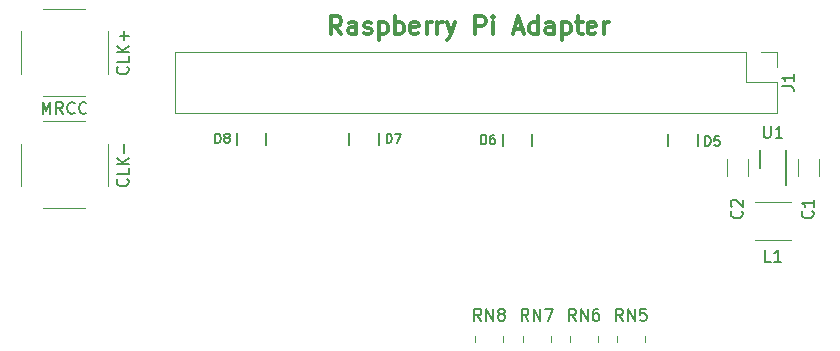
<source format=gbr>
G04 #@! TF.GenerationSoftware,KiCad,Pcbnew,6.0.7-1.fc35*
G04 #@! TF.CreationDate,2022-09-05T19:08:22-05:00*
G04 #@! TF.ProjectId,rpi-adapter,7270692d-6164-4617-9074-65722e6b6963,rev?*
G04 #@! TF.SameCoordinates,Original*
G04 #@! TF.FileFunction,Legend,Top*
G04 #@! TF.FilePolarity,Positive*
%FSLAX46Y46*%
G04 Gerber Fmt 4.6, Leading zero omitted, Abs format (unit mm)*
G04 Created by KiCad (PCBNEW 6.0.7-1.fc35) date 2022-09-05 19:08:22*
%MOMM*%
%LPD*%
G01*
G04 APERTURE LIST*
%ADD10C,0.150000*%
%ADD11C,0.300000*%
%ADD12C,0.120000*%
%ADD13C,0.127000*%
G04 APERTURE END LIST*
D10*
X77666666Y-77452380D02*
X77666666Y-76452380D01*
X78000000Y-77166666D01*
X78333333Y-76452380D01*
X78333333Y-77452380D01*
X79380952Y-77452380D02*
X79047619Y-76976190D01*
X78809523Y-77452380D02*
X78809523Y-76452380D01*
X79190476Y-76452380D01*
X79285714Y-76500000D01*
X79333333Y-76547619D01*
X79380952Y-76642857D01*
X79380952Y-76785714D01*
X79333333Y-76880952D01*
X79285714Y-76928571D01*
X79190476Y-76976190D01*
X78809523Y-76976190D01*
X80380952Y-77357142D02*
X80333333Y-77404761D01*
X80190476Y-77452380D01*
X80095238Y-77452380D01*
X79952380Y-77404761D01*
X79857142Y-77309523D01*
X79809523Y-77214285D01*
X79761904Y-77023809D01*
X79761904Y-76880952D01*
X79809523Y-76690476D01*
X79857142Y-76595238D01*
X79952380Y-76500000D01*
X80095238Y-76452380D01*
X80190476Y-76452380D01*
X80333333Y-76500000D01*
X80380952Y-76547619D01*
X81380952Y-77357142D02*
X81333333Y-77404761D01*
X81190476Y-77452380D01*
X81095238Y-77452380D01*
X80952380Y-77404761D01*
X80857142Y-77309523D01*
X80809523Y-77214285D01*
X80761904Y-77023809D01*
X80761904Y-76880952D01*
X80809523Y-76690476D01*
X80857142Y-76595238D01*
X80952380Y-76500000D01*
X81095238Y-76452380D01*
X81190476Y-76452380D01*
X81333333Y-76500000D01*
X81380952Y-76547619D01*
D11*
X102964285Y-70678571D02*
X102464285Y-69964285D01*
X102107142Y-70678571D02*
X102107142Y-69178571D01*
X102678571Y-69178571D01*
X102821428Y-69250000D01*
X102892857Y-69321428D01*
X102964285Y-69464285D01*
X102964285Y-69678571D01*
X102892857Y-69821428D01*
X102821428Y-69892857D01*
X102678571Y-69964285D01*
X102107142Y-69964285D01*
X104250000Y-70678571D02*
X104250000Y-69892857D01*
X104178571Y-69750000D01*
X104035714Y-69678571D01*
X103750000Y-69678571D01*
X103607142Y-69750000D01*
X104250000Y-70607142D02*
X104107142Y-70678571D01*
X103750000Y-70678571D01*
X103607142Y-70607142D01*
X103535714Y-70464285D01*
X103535714Y-70321428D01*
X103607142Y-70178571D01*
X103750000Y-70107142D01*
X104107142Y-70107142D01*
X104250000Y-70035714D01*
X104892857Y-70607142D02*
X105035714Y-70678571D01*
X105321428Y-70678571D01*
X105464285Y-70607142D01*
X105535714Y-70464285D01*
X105535714Y-70392857D01*
X105464285Y-70250000D01*
X105321428Y-70178571D01*
X105107142Y-70178571D01*
X104964285Y-70107142D01*
X104892857Y-69964285D01*
X104892857Y-69892857D01*
X104964285Y-69750000D01*
X105107142Y-69678571D01*
X105321428Y-69678571D01*
X105464285Y-69750000D01*
X106178571Y-69678571D02*
X106178571Y-71178571D01*
X106178571Y-69750000D02*
X106321428Y-69678571D01*
X106607142Y-69678571D01*
X106750000Y-69750000D01*
X106821428Y-69821428D01*
X106892857Y-69964285D01*
X106892857Y-70392857D01*
X106821428Y-70535714D01*
X106750000Y-70607142D01*
X106607142Y-70678571D01*
X106321428Y-70678571D01*
X106178571Y-70607142D01*
X107535714Y-70678571D02*
X107535714Y-69178571D01*
X107535714Y-69750000D02*
X107678571Y-69678571D01*
X107964285Y-69678571D01*
X108107142Y-69750000D01*
X108178571Y-69821428D01*
X108250000Y-69964285D01*
X108250000Y-70392857D01*
X108178571Y-70535714D01*
X108107142Y-70607142D01*
X107964285Y-70678571D01*
X107678571Y-70678571D01*
X107535714Y-70607142D01*
X109464285Y-70607142D02*
X109321428Y-70678571D01*
X109035714Y-70678571D01*
X108892857Y-70607142D01*
X108821428Y-70464285D01*
X108821428Y-69892857D01*
X108892857Y-69750000D01*
X109035714Y-69678571D01*
X109321428Y-69678571D01*
X109464285Y-69750000D01*
X109535714Y-69892857D01*
X109535714Y-70035714D01*
X108821428Y-70178571D01*
X110178571Y-70678571D02*
X110178571Y-69678571D01*
X110178571Y-69964285D02*
X110250000Y-69821428D01*
X110321428Y-69750000D01*
X110464285Y-69678571D01*
X110607142Y-69678571D01*
X111107142Y-70678571D02*
X111107142Y-69678571D01*
X111107142Y-69964285D02*
X111178571Y-69821428D01*
X111250000Y-69750000D01*
X111392857Y-69678571D01*
X111535714Y-69678571D01*
X111892857Y-69678571D02*
X112250000Y-70678571D01*
X112607142Y-69678571D02*
X112250000Y-70678571D01*
X112107142Y-71035714D01*
X112035714Y-71107142D01*
X111892857Y-71178571D01*
X114321428Y-70678571D02*
X114321428Y-69178571D01*
X114892857Y-69178571D01*
X115035714Y-69250000D01*
X115107142Y-69321428D01*
X115178571Y-69464285D01*
X115178571Y-69678571D01*
X115107142Y-69821428D01*
X115035714Y-69892857D01*
X114892857Y-69964285D01*
X114321428Y-69964285D01*
X115821428Y-70678571D02*
X115821428Y-69678571D01*
X115821428Y-69178571D02*
X115750000Y-69250000D01*
X115821428Y-69321428D01*
X115892857Y-69250000D01*
X115821428Y-69178571D01*
X115821428Y-69321428D01*
X117607142Y-70250000D02*
X118321428Y-70250000D01*
X117464285Y-70678571D02*
X117964285Y-69178571D01*
X118464285Y-70678571D01*
X119607142Y-70678571D02*
X119607142Y-69178571D01*
X119607142Y-70607142D02*
X119464285Y-70678571D01*
X119178571Y-70678571D01*
X119035714Y-70607142D01*
X118964285Y-70535714D01*
X118892857Y-70392857D01*
X118892857Y-69964285D01*
X118964285Y-69821428D01*
X119035714Y-69750000D01*
X119178571Y-69678571D01*
X119464285Y-69678571D01*
X119607142Y-69750000D01*
X120964285Y-70678571D02*
X120964285Y-69892857D01*
X120892857Y-69750000D01*
X120750000Y-69678571D01*
X120464285Y-69678571D01*
X120321428Y-69750000D01*
X120964285Y-70607142D02*
X120821428Y-70678571D01*
X120464285Y-70678571D01*
X120321428Y-70607142D01*
X120250000Y-70464285D01*
X120250000Y-70321428D01*
X120321428Y-70178571D01*
X120464285Y-70107142D01*
X120821428Y-70107142D01*
X120964285Y-70035714D01*
X121678571Y-69678571D02*
X121678571Y-71178571D01*
X121678571Y-69750000D02*
X121821428Y-69678571D01*
X122107142Y-69678571D01*
X122250000Y-69750000D01*
X122321428Y-69821428D01*
X122392857Y-69964285D01*
X122392857Y-70392857D01*
X122321428Y-70535714D01*
X122250000Y-70607142D01*
X122107142Y-70678571D01*
X121821428Y-70678571D01*
X121678571Y-70607142D01*
X122821428Y-69678571D02*
X123392857Y-69678571D01*
X123035714Y-69178571D02*
X123035714Y-70464285D01*
X123107142Y-70607142D01*
X123250000Y-70678571D01*
X123392857Y-70678571D01*
X124464285Y-70607142D02*
X124321428Y-70678571D01*
X124035714Y-70678571D01*
X123892857Y-70607142D01*
X123821428Y-70464285D01*
X123821428Y-69892857D01*
X123892857Y-69750000D01*
X124035714Y-69678571D01*
X124321428Y-69678571D01*
X124464285Y-69750000D01*
X124535714Y-69892857D01*
X124535714Y-70035714D01*
X123821428Y-70178571D01*
X125178571Y-70678571D02*
X125178571Y-69678571D01*
X125178571Y-69964285D02*
X125250000Y-69821428D01*
X125321428Y-69750000D01*
X125464285Y-69678571D01*
X125607142Y-69678571D01*
D10*
G04 #@! TO.C,J2*
X84857142Y-73464285D02*
X84904761Y-73511904D01*
X84952380Y-73654761D01*
X84952380Y-73750000D01*
X84904761Y-73892857D01*
X84809523Y-73988095D01*
X84714285Y-74035714D01*
X84523809Y-74083333D01*
X84380952Y-74083333D01*
X84190476Y-74035714D01*
X84095238Y-73988095D01*
X84000000Y-73892857D01*
X83952380Y-73750000D01*
X83952380Y-73654761D01*
X84000000Y-73511904D01*
X84047619Y-73464285D01*
X84952380Y-72559523D02*
X84952380Y-73035714D01*
X83952380Y-73035714D01*
X84952380Y-72226190D02*
X83952380Y-72226190D01*
X84952380Y-71654761D02*
X84380952Y-72083333D01*
X83952380Y-71654761D02*
X84523809Y-72226190D01*
X84571428Y-71226190D02*
X84571428Y-70464285D01*
X84952380Y-70845238D02*
X84190476Y-70845238D01*
G04 #@! TO.C,J1*
X140282380Y-75103333D02*
X140996666Y-75103333D01*
X141139523Y-75150952D01*
X141234761Y-75246190D01*
X141282380Y-75389047D01*
X141282380Y-75484285D01*
X141282380Y-74103333D02*
X141282380Y-74674761D01*
X141282380Y-74389047D02*
X140282380Y-74389047D01*
X140425238Y-74484285D01*
X140520476Y-74579523D01*
X140568095Y-74674761D01*
G04 #@! TO.C,RN8*
X114809523Y-94952380D02*
X114476190Y-94476190D01*
X114238095Y-94952380D02*
X114238095Y-93952380D01*
X114619047Y-93952380D01*
X114714285Y-94000000D01*
X114761904Y-94047619D01*
X114809523Y-94142857D01*
X114809523Y-94285714D01*
X114761904Y-94380952D01*
X114714285Y-94428571D01*
X114619047Y-94476190D01*
X114238095Y-94476190D01*
X115238095Y-94952380D02*
X115238095Y-93952380D01*
X115809523Y-94952380D01*
X115809523Y-93952380D01*
X116428571Y-94380952D02*
X116333333Y-94333333D01*
X116285714Y-94285714D01*
X116238095Y-94190476D01*
X116238095Y-94142857D01*
X116285714Y-94047619D01*
X116333333Y-94000000D01*
X116428571Y-93952380D01*
X116619047Y-93952380D01*
X116714285Y-94000000D01*
X116761904Y-94047619D01*
X116809523Y-94142857D01*
X116809523Y-94190476D01*
X116761904Y-94285714D01*
X116714285Y-94333333D01*
X116619047Y-94380952D01*
X116428571Y-94380952D01*
X116333333Y-94428571D01*
X116285714Y-94476190D01*
X116238095Y-94571428D01*
X116238095Y-94761904D01*
X116285714Y-94857142D01*
X116333333Y-94904761D01*
X116428571Y-94952380D01*
X116619047Y-94952380D01*
X116714285Y-94904761D01*
X116761904Y-94857142D01*
X116809523Y-94761904D01*
X116809523Y-94571428D01*
X116761904Y-94476190D01*
X116714285Y-94428571D01*
X116619047Y-94380952D01*
G04 #@! TO.C,J3*
X84857142Y-82964285D02*
X84904761Y-83011904D01*
X84952380Y-83154761D01*
X84952380Y-83250000D01*
X84904761Y-83392857D01*
X84809523Y-83488095D01*
X84714285Y-83535714D01*
X84523809Y-83583333D01*
X84380952Y-83583333D01*
X84190476Y-83535714D01*
X84095238Y-83488095D01*
X84000000Y-83392857D01*
X83952380Y-83250000D01*
X83952380Y-83154761D01*
X84000000Y-83011904D01*
X84047619Y-82964285D01*
X84952380Y-82059523D02*
X84952380Y-82535714D01*
X83952380Y-82535714D01*
X84952380Y-81726190D02*
X83952380Y-81726190D01*
X84952380Y-81154761D02*
X84380952Y-81583333D01*
X83952380Y-81154761D02*
X84523809Y-81726190D01*
X84571428Y-80726190D02*
X84571428Y-79964285D01*
G04 #@! TO.C,D6*
X114798822Y-80008705D02*
X114798822Y-79221303D01*
X114986299Y-79221303D01*
X115098785Y-79258799D01*
X115173775Y-79333789D01*
X115211271Y-79408780D01*
X115248766Y-79558761D01*
X115248766Y-79671247D01*
X115211271Y-79821229D01*
X115173775Y-79896219D01*
X115098785Y-79971210D01*
X114986299Y-80008705D01*
X114798822Y-80008705D01*
X115923682Y-79221303D02*
X115773701Y-79221303D01*
X115698710Y-79258799D01*
X115661215Y-79296294D01*
X115586224Y-79408780D01*
X115548729Y-79558761D01*
X115548729Y-79858724D01*
X115586224Y-79933715D01*
X115623719Y-79971210D01*
X115698710Y-80008705D01*
X115848691Y-80008705D01*
X115923682Y-79971210D01*
X115961177Y-79933715D01*
X115998673Y-79858724D01*
X115998673Y-79671247D01*
X115961177Y-79596257D01*
X115923682Y-79558761D01*
X115848691Y-79521266D01*
X115698710Y-79521266D01*
X115623719Y-79558761D01*
X115586224Y-79596257D01*
X115548729Y-79671247D01*
G04 #@! TO.C,RN7*
X118809523Y-94952380D02*
X118476190Y-94476190D01*
X118238095Y-94952380D02*
X118238095Y-93952380D01*
X118619047Y-93952380D01*
X118714285Y-94000000D01*
X118761904Y-94047619D01*
X118809523Y-94142857D01*
X118809523Y-94285714D01*
X118761904Y-94380952D01*
X118714285Y-94428571D01*
X118619047Y-94476190D01*
X118238095Y-94476190D01*
X119238095Y-94952380D02*
X119238095Y-93952380D01*
X119809523Y-94952380D01*
X119809523Y-93952380D01*
X120190476Y-93952380D02*
X120857142Y-93952380D01*
X120428571Y-94952380D01*
G04 #@! TO.C,D7*
X106798822Y-79896205D02*
X106798822Y-79108803D01*
X106986299Y-79108803D01*
X107098785Y-79146299D01*
X107173775Y-79221289D01*
X107211271Y-79296280D01*
X107248766Y-79446261D01*
X107248766Y-79558747D01*
X107211271Y-79708729D01*
X107173775Y-79783719D01*
X107098785Y-79858710D01*
X106986299Y-79896205D01*
X106798822Y-79896205D01*
X107511233Y-79108803D02*
X108036168Y-79108803D01*
X107698710Y-79896205D01*
G04 #@! TO.C,C2*
X136857142Y-85666666D02*
X136904761Y-85714285D01*
X136952380Y-85857142D01*
X136952380Y-85952380D01*
X136904761Y-86095238D01*
X136809523Y-86190476D01*
X136714285Y-86238095D01*
X136523809Y-86285714D01*
X136380952Y-86285714D01*
X136190476Y-86238095D01*
X136095238Y-86190476D01*
X136000000Y-86095238D01*
X135952380Y-85952380D01*
X135952380Y-85857142D01*
X136000000Y-85714285D01*
X136047619Y-85666666D01*
X136047619Y-85285714D02*
X136000000Y-85238095D01*
X135952380Y-85142857D01*
X135952380Y-84904761D01*
X136000000Y-84809523D01*
X136047619Y-84761904D01*
X136142857Y-84714285D01*
X136238095Y-84714285D01*
X136380952Y-84761904D01*
X136952380Y-85333333D01*
X136952380Y-84714285D01*
G04 #@! TO.C,RN6*
X122809523Y-94952380D02*
X122476190Y-94476190D01*
X122238095Y-94952380D02*
X122238095Y-93952380D01*
X122619047Y-93952380D01*
X122714285Y-94000000D01*
X122761904Y-94047619D01*
X122809523Y-94142857D01*
X122809523Y-94285714D01*
X122761904Y-94380952D01*
X122714285Y-94428571D01*
X122619047Y-94476190D01*
X122238095Y-94476190D01*
X123238095Y-94952380D02*
X123238095Y-93952380D01*
X123809523Y-94952380D01*
X123809523Y-93952380D01*
X124714285Y-93952380D02*
X124523809Y-93952380D01*
X124428571Y-94000000D01*
X124380952Y-94047619D01*
X124285714Y-94190476D01*
X124238095Y-94380952D01*
X124238095Y-94761904D01*
X124285714Y-94857142D01*
X124333333Y-94904761D01*
X124428571Y-94952380D01*
X124619047Y-94952380D01*
X124714285Y-94904761D01*
X124761904Y-94857142D01*
X124809523Y-94761904D01*
X124809523Y-94523809D01*
X124761904Y-94428571D01*
X124714285Y-94380952D01*
X124619047Y-94333333D01*
X124428571Y-94333333D01*
X124333333Y-94380952D01*
X124285714Y-94428571D01*
X124238095Y-94523809D01*
G04 #@! TO.C,C1*
X142857142Y-85666666D02*
X142904761Y-85714285D01*
X142952380Y-85857142D01*
X142952380Y-85952380D01*
X142904761Y-86095238D01*
X142809523Y-86190476D01*
X142714285Y-86238095D01*
X142523809Y-86285714D01*
X142380952Y-86285714D01*
X142190476Y-86238095D01*
X142095238Y-86190476D01*
X142000000Y-86095238D01*
X141952380Y-85952380D01*
X141952380Y-85857142D01*
X142000000Y-85714285D01*
X142047619Y-85666666D01*
X142952380Y-84714285D02*
X142952380Y-85285714D01*
X142952380Y-85000000D02*
X141952380Y-85000000D01*
X142095238Y-85095238D01*
X142190476Y-85190476D01*
X142238095Y-85285714D01*
G04 #@! TO.C,D5*
X133798822Y-80121205D02*
X133798822Y-79333803D01*
X133986299Y-79333803D01*
X134098785Y-79371299D01*
X134173775Y-79446289D01*
X134211271Y-79521280D01*
X134248766Y-79671261D01*
X134248766Y-79783747D01*
X134211271Y-79933729D01*
X134173775Y-80008719D01*
X134098785Y-80083710D01*
X133986299Y-80121205D01*
X133798822Y-80121205D01*
X134961177Y-79333803D02*
X134586224Y-79333803D01*
X134548729Y-79708757D01*
X134586224Y-79671261D01*
X134661215Y-79633766D01*
X134848691Y-79633766D01*
X134923682Y-79671261D01*
X134961177Y-79708757D01*
X134998673Y-79783747D01*
X134998673Y-79971224D01*
X134961177Y-80046215D01*
X134923682Y-80083710D01*
X134848691Y-80121205D01*
X134661215Y-80121205D01*
X134586224Y-80083710D01*
X134548729Y-80046215D01*
G04 #@! TO.C,RN5*
X126809523Y-94952380D02*
X126476190Y-94476190D01*
X126238095Y-94952380D02*
X126238095Y-93952380D01*
X126619047Y-93952380D01*
X126714285Y-94000000D01*
X126761904Y-94047619D01*
X126809523Y-94142857D01*
X126809523Y-94285714D01*
X126761904Y-94380952D01*
X126714285Y-94428571D01*
X126619047Y-94476190D01*
X126238095Y-94476190D01*
X127238095Y-94952380D02*
X127238095Y-93952380D01*
X127809523Y-94952380D01*
X127809523Y-93952380D01*
X128761904Y-93952380D02*
X128285714Y-93952380D01*
X128238095Y-94428571D01*
X128285714Y-94380952D01*
X128380952Y-94333333D01*
X128619047Y-94333333D01*
X128714285Y-94380952D01*
X128761904Y-94428571D01*
X128809523Y-94523809D01*
X128809523Y-94761904D01*
X128761904Y-94857142D01*
X128714285Y-94904761D01*
X128619047Y-94952380D01*
X128380952Y-94952380D01*
X128285714Y-94904761D01*
X128238095Y-94857142D01*
G04 #@! TO.C,D8*
X92298822Y-79896205D02*
X92298822Y-79108803D01*
X92486299Y-79108803D01*
X92598785Y-79146299D01*
X92673775Y-79221289D01*
X92711271Y-79296280D01*
X92748766Y-79446261D01*
X92748766Y-79558747D01*
X92711271Y-79708729D01*
X92673775Y-79783719D01*
X92598785Y-79858710D01*
X92486299Y-79896205D01*
X92298822Y-79896205D01*
X93198710Y-79446261D02*
X93123719Y-79408766D01*
X93086224Y-79371271D01*
X93048729Y-79296280D01*
X93048729Y-79258785D01*
X93086224Y-79183794D01*
X93123719Y-79146299D01*
X93198710Y-79108803D01*
X93348691Y-79108803D01*
X93423682Y-79146299D01*
X93461177Y-79183794D01*
X93498673Y-79258785D01*
X93498673Y-79296280D01*
X93461177Y-79371271D01*
X93423682Y-79408766D01*
X93348691Y-79446261D01*
X93198710Y-79446261D01*
X93123719Y-79483757D01*
X93086224Y-79521252D01*
X93048729Y-79596243D01*
X93048729Y-79746224D01*
X93086224Y-79821215D01*
X93123719Y-79858710D01*
X93198710Y-79896205D01*
X93348691Y-79896205D01*
X93423682Y-79858710D01*
X93461177Y-79821215D01*
X93498673Y-79746224D01*
X93498673Y-79596243D01*
X93461177Y-79521252D01*
X93423682Y-79483757D01*
X93348691Y-79446261D01*
G04 #@! TO.C,U1*
X138738095Y-78452380D02*
X138738095Y-79261904D01*
X138785714Y-79357142D01*
X138833333Y-79404761D01*
X138928571Y-79452380D01*
X139119047Y-79452380D01*
X139214285Y-79404761D01*
X139261904Y-79357142D01*
X139309523Y-79261904D01*
X139309523Y-78452380D01*
X140309523Y-79452380D02*
X139738095Y-79452380D01*
X140023809Y-79452380D02*
X140023809Y-78452380D01*
X139928571Y-78595238D01*
X139833333Y-78690476D01*
X139738095Y-78738095D01*
G04 #@! TO.C,L1*
X139333333Y-89952380D02*
X138857142Y-89952380D01*
X138857142Y-88952380D01*
X140190476Y-89952380D02*
X139619047Y-89952380D01*
X139904761Y-89952380D02*
X139904761Y-88952380D01*
X139809523Y-89095238D01*
X139714285Y-89190476D01*
X139619047Y-89238095D01*
D12*
G04 #@! TO.C,J2*
X83180000Y-74050000D02*
X83180000Y-70450000D01*
X77700000Y-75930000D02*
X81300000Y-75930000D01*
X75820000Y-74050000D02*
X75820000Y-70450000D01*
X77700000Y-68570000D02*
X81300000Y-68570000D01*
G04 #@! TO.C,J1*
X138500000Y-72170000D02*
X139830000Y-72170000D01*
X139830000Y-77370000D02*
X88910000Y-77370000D01*
X139830000Y-74770000D02*
X139830000Y-77370000D01*
X88910000Y-72170000D02*
X88910000Y-77370000D01*
X137230000Y-74770000D02*
X139830000Y-74770000D01*
X139830000Y-72170000D02*
X139830000Y-73500000D01*
X137230000Y-72170000D02*
X88910000Y-72170000D01*
X137230000Y-72170000D02*
X137230000Y-74770000D01*
G04 #@! TO.C,RN8*
X116680000Y-96250000D02*
X116680000Y-96750000D01*
X114320000Y-96250000D02*
X114320000Y-96750000D01*
G04 #@! TO.C,J3*
X77700000Y-78070000D02*
X81300000Y-78070000D01*
X77700000Y-85430000D02*
X81300000Y-85430000D01*
X75820000Y-83550000D02*
X75820000Y-79950000D01*
X83180000Y-83550000D02*
X83180000Y-79950000D01*
D13*
G04 #@! TO.C,D6*
X116630000Y-80152500D02*
X116630000Y-79152500D01*
X119130000Y-79152500D02*
X119130000Y-80152500D01*
D12*
G04 #@! TO.C,RN7*
X120680000Y-96250000D02*
X120680000Y-96750000D01*
X118320000Y-96250000D02*
X118320000Y-96750000D01*
D13*
G04 #@! TO.C,D7*
X106130000Y-79040000D02*
X106130000Y-80040000D01*
X103630000Y-80040000D02*
X103630000Y-79040000D01*
D12*
G04 #@! TO.C,C2*
X137410000Y-81288748D02*
X137410000Y-82711252D01*
X135590000Y-81288748D02*
X135590000Y-82711252D01*
G04 #@! TO.C,RN6*
X122320000Y-96250000D02*
X122320000Y-96750000D01*
X124680000Y-96250000D02*
X124680000Y-96750000D01*
G04 #@! TO.C,C1*
X141590000Y-81288748D02*
X141590000Y-82711252D01*
X143410000Y-81288748D02*
X143410000Y-82711252D01*
D13*
G04 #@! TO.C,D5*
X130630000Y-80152500D02*
X130630000Y-79152500D01*
X133130000Y-79152500D02*
X133130000Y-80152500D01*
D12*
G04 #@! TO.C,RN5*
X128680000Y-96250000D02*
X128680000Y-96750000D01*
X126320000Y-96250000D02*
X126320000Y-96750000D01*
D13*
G04 #@! TO.C,D8*
X94130000Y-80040000D02*
X94130000Y-79040000D01*
X96630000Y-79040000D02*
X96630000Y-80040000D01*
D10*
G04 #@! TO.C,U1*
X138375000Y-82000000D02*
X138375000Y-80500000D01*
X140625000Y-83500000D02*
X140625000Y-80500000D01*
D12*
G04 #@! TO.C,L1*
X141000000Y-84900000D02*
X138000000Y-84900000D01*
X141000000Y-88100000D02*
X138000000Y-88100000D01*
G04 #@! TD*
M02*

</source>
